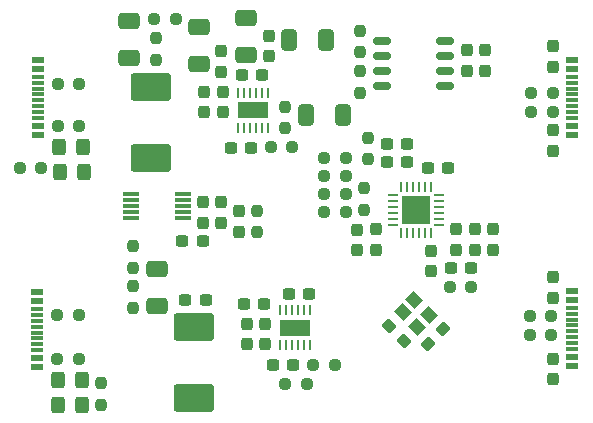
<source format=gbr>
%TF.GenerationSoftware,KiCad,Pcbnew,7.0.7*%
%TF.CreationDate,2023-09-25T17:24:45-05:00*%
%TF.ProjectId,KiVM,4b69564d-2e6b-4696-9361-645f70636258,rev?*%
%TF.SameCoordinates,Original*%
%TF.FileFunction,Paste,Top*%
%TF.FilePolarity,Positive*%
%FSLAX46Y46*%
G04 Gerber Fmt 4.6, Leading zero omitted, Abs format (unit mm)*
G04 Created by KiCad (PCBNEW 7.0.7) date 2023-09-25 17:24:45*
%MOMM*%
%LPD*%
G01*
G04 APERTURE LIST*
G04 Aperture macros list*
%AMRoundRect*
0 Rectangle with rounded corners*
0 $1 Rounding radius*
0 $2 $3 $4 $5 $6 $7 $8 $9 X,Y pos of 4 corners*
0 Add a 4 corners polygon primitive as box body*
4,1,4,$2,$3,$4,$5,$6,$7,$8,$9,$2,$3,0*
0 Add four circle primitives for the rounded corners*
1,1,$1+$1,$2,$3*
1,1,$1+$1,$4,$5*
1,1,$1+$1,$6,$7*
1,1,$1+$1,$8,$9*
0 Add four rect primitives between the rounded corners*
20,1,$1+$1,$2,$3,$4,$5,0*
20,1,$1+$1,$4,$5,$6,$7,0*
20,1,$1+$1,$6,$7,$8,$9,0*
20,1,$1+$1,$8,$9,$2,$3,0*%
%AMRotRect*
0 Rectangle, with rotation*
0 The origin of the aperture is its center*
0 $1 length*
0 $2 width*
0 $3 Rotation angle, in degrees counterclockwise*
0 Add horizontal line*
21,1,$1,$2,0,0,$3*%
G04 Aperture macros list end*
%ADD10RoundRect,0.237500X-0.237500X0.300000X-0.237500X-0.300000X0.237500X-0.300000X0.237500X0.300000X0*%
%ADD11RoundRect,0.150000X-0.625000X-0.150000X0.625000X-0.150000X0.625000X0.150000X-0.625000X0.150000X0*%
%ADD12RoundRect,0.150000X0.625000X0.150000X-0.625000X0.150000X-0.625000X-0.150000X0.625000X-0.150000X0*%
%ADD13RoundRect,0.237500X-0.250000X-0.237500X0.250000X-0.237500X0.250000X0.237500X-0.250000X0.237500X0*%
%ADD14RoundRect,0.237500X-0.237500X0.250000X-0.237500X-0.250000X0.237500X-0.250000X0.237500X0.250000X0*%
%ADD15R,1.140000X0.600000*%
%ADD16R,1.140000X0.300000*%
%ADD17RoundRect,0.237500X0.237500X-0.300000X0.237500X0.300000X-0.237500X0.300000X-0.237500X-0.300000X0*%
%ADD18RoundRect,0.250000X-0.412500X-0.650000X0.412500X-0.650000X0.412500X0.650000X-0.412500X0.650000X0*%
%ADD19RoundRect,0.250000X-0.325000X-0.450000X0.325000X-0.450000X0.325000X0.450000X-0.325000X0.450000X0*%
%ADD20RoundRect,0.237500X-0.300000X-0.237500X0.300000X-0.237500X0.300000X0.237500X-0.300000X0.237500X0*%
%ADD21RoundRect,0.250000X0.650000X-0.412500X0.650000X0.412500X-0.650000X0.412500X-0.650000X-0.412500X0*%
%ADD22RotRect,1.150000X1.000000X135.000000*%
%ADD23RoundRect,0.237500X0.237500X-0.250000X0.237500X0.250000X-0.237500X0.250000X-0.237500X-0.250000X0*%
%ADD24RoundRect,0.237500X0.300000X0.237500X-0.300000X0.237500X-0.300000X-0.237500X0.300000X-0.237500X0*%
%ADD25RoundRect,0.237500X-0.380070X0.044194X0.044194X-0.380070X0.380070X-0.044194X-0.044194X0.380070X0*%
%ADD26RoundRect,0.237500X0.250000X0.237500X-0.250000X0.237500X-0.250000X-0.237500X0.250000X-0.237500X0*%
%ADD27RoundRect,0.235000X1.465000X-0.940000X1.465000X0.940000X-1.465000X0.940000X-1.465000X-0.940000X0*%
%ADD28R,0.254000X0.914400*%
%ADD29R,2.590800X1.397000*%
%ADD30R,1.400000X0.300000*%
%ADD31RoundRect,0.250000X0.325000X0.450000X-0.325000X0.450000X-0.325000X-0.450000X0.325000X-0.450000X0*%
%ADD32R,0.812800X0.254000*%
%ADD33R,0.254000X0.812800*%
%ADD34R,2.489200X2.489200*%
%ADD35RoundRect,0.237500X0.044194X0.380070X-0.380070X-0.044194X-0.044194X-0.380070X0.380070X0.044194X0*%
G04 APERTURE END LIST*
%TO.C,U4*%
G36*
X144406315Y-108370700D02*
G01*
X143310915Y-108370700D01*
X143310915Y-107173700D01*
X144406315Y-107173700D01*
X144406315Y-108370700D01*
G37*
G36*
X145701715Y-108370700D02*
G01*
X144606315Y-108370700D01*
X144606315Y-107173700D01*
X145701715Y-107173700D01*
X145701715Y-108370700D01*
G37*
%TO.C,U5*%
G36*
X147950885Y-126760300D02*
G01*
X146855485Y-126760300D01*
X146855485Y-125563300D01*
X147950885Y-125563300D01*
X147950885Y-126760300D01*
G37*
G36*
X149246285Y-126760300D02*
G01*
X148150885Y-126760300D01*
X148150885Y-125563300D01*
X149246285Y-125563300D01*
X149246285Y-126760300D01*
G37*
%TD*%
D10*
%TO.C,C5*%
X154889200Y-117857100D03*
X154889200Y-119582100D03*
%TD*%
D11*
%TO.C,U3*%
X155394100Y-101879400D03*
X155394100Y-103149400D03*
X155394100Y-104419400D03*
X155394100Y-105689400D03*
X160794100Y-105689400D03*
X160794100Y-104419400D03*
D12*
X160794100Y-103149400D03*
D11*
X160794100Y-101879400D03*
%TD*%
D13*
%TO.C,R4*%
X127916300Y-125069600D03*
X129741300Y-125069600D03*
%TD*%
D14*
%TO.C,R1*%
X144881600Y-116283100D03*
X144881600Y-118108100D03*
%TD*%
D15*
%TO.C,P1*%
X126326000Y-103480000D03*
X126326000Y-104280000D03*
D16*
X126326000Y-105430000D03*
X126326000Y-106430000D03*
X126326000Y-106930000D03*
X126326000Y-107930000D03*
D15*
X126326000Y-109080000D03*
X126326000Y-109880000D03*
X126326000Y-109880000D03*
X126326000Y-109080000D03*
D16*
X126326000Y-108430000D03*
X126326000Y-107430000D03*
X126326000Y-105930000D03*
X126326000Y-104930000D03*
D15*
X126326000Y-104280000D03*
X126326000Y-103480000D03*
%TD*%
D10*
%TO.C,C40*%
X144018000Y-125832700D03*
X144018000Y-127557700D03*
%TD*%
%TO.C,C16*%
X164782500Y-117857100D03*
X164782500Y-119582100D03*
%TD*%
D13*
%TO.C,R6*%
X150524200Y-114858800D03*
X152349200Y-114858800D03*
%TD*%
D10*
%TO.C,C9*%
X161671000Y-117857100D03*
X161671000Y-119582100D03*
%TD*%
D13*
%TO.C,R20*%
X167946500Y-126796800D03*
X169771500Y-126796800D03*
%TD*%
D15*
%TO.C,P3*%
X171526000Y-129438000D03*
X171526000Y-128638000D03*
D16*
X171526000Y-127488000D03*
X171526000Y-126488000D03*
X171526000Y-125988000D03*
X171526000Y-124988000D03*
D15*
X171526000Y-123838000D03*
X171526000Y-123038000D03*
X171526000Y-123038000D03*
X171526000Y-123838000D03*
D16*
X171526000Y-124488000D03*
X171526000Y-125488000D03*
X171526000Y-126988000D03*
X171526000Y-127988000D03*
D15*
X171526000Y-128638000D03*
X171526000Y-129438000D03*
%TD*%
D17*
%TO.C,C37*%
X141833600Y-117296100D03*
X141833600Y-115571100D03*
%TD*%
D18*
%TO.C,C20*%
X148957900Y-108204000D03*
X152082900Y-108204000D03*
%TD*%
D13*
%TO.C,R18*%
X167946500Y-125222000D03*
X169771500Y-125222000D03*
%TD*%
D19*
%TO.C,D1*%
X128057800Y-110896400D03*
X130107800Y-110896400D03*
%TD*%
D14*
%TO.C,R22*%
X153568400Y-101041200D03*
X153568400Y-102866200D03*
%TD*%
D20*
%TO.C,C27*%
X147524300Y-123291600D03*
X149249300Y-123291600D03*
%TD*%
D21*
%TO.C,C13*%
X134010400Y-103314900D03*
X134010400Y-100189900D03*
%TD*%
D13*
%TO.C,R21*%
X168059900Y-107899200D03*
X169884900Y-107899200D03*
%TD*%
D17*
%TO.C,C2*%
X145846800Y-103174800D03*
X145846800Y-101449800D03*
%TD*%
D10*
%TO.C,C17*%
X164104800Y-102693300D03*
X164104800Y-104418300D03*
%TD*%
D15*
%TO.C,P4*%
X171526000Y-109880000D03*
X171526000Y-109080000D03*
D16*
X171526000Y-107930000D03*
X171526000Y-106930000D03*
X171526000Y-106430000D03*
X171526000Y-105430000D03*
D15*
X171526000Y-104280000D03*
X171526000Y-103480000D03*
X171526000Y-103480000D03*
X171526000Y-104280000D03*
D16*
X171526000Y-104930000D03*
X171526000Y-105930000D03*
X171526000Y-107430000D03*
X171526000Y-108430000D03*
D15*
X171526000Y-109080000D03*
X171526000Y-109880000D03*
%TD*%
D10*
%TO.C,C32*%
X169875200Y-109475100D03*
X169875200Y-111200100D03*
%TD*%
D22*
%TO.C,Y1*%
X159406493Y-125091744D03*
X158169056Y-123854307D03*
X157179107Y-124844256D03*
X158416544Y-126081693D03*
%TD*%
D21*
%TO.C,C22*%
X143916400Y-103060900D03*
X143916400Y-99935900D03*
%TD*%
D13*
%TO.C,R8*%
X150524200Y-113334800D03*
X152349200Y-113334800D03*
%TD*%
D19*
%TO.C,D4*%
X128007000Y-132689600D03*
X130057000Y-132689600D03*
%TD*%
D23*
%TO.C,R27*%
X134315200Y-121105300D03*
X134315200Y-119280300D03*
%TD*%
D24*
%TO.C,C38*%
X147928500Y-129336800D03*
X146203500Y-129336800D03*
%TD*%
D25*
%TO.C,C10*%
X156035176Y-126038427D03*
X157254936Y-127258187D03*
%TD*%
D20*
%TO.C,C7*%
X159297200Y-112674400D03*
X161022200Y-112674400D03*
%TD*%
D10*
%TO.C,C6*%
X159550100Y-119685900D03*
X159550100Y-121410900D03*
%TD*%
D20*
%TO.C,C35*%
X138532700Y-118872000D03*
X140257700Y-118872000D03*
%TD*%
D10*
%TO.C,C18*%
X162585400Y-102693300D03*
X162585400Y-104418300D03*
%TD*%
D24*
%TO.C,C24*%
X144372500Y-110947200D03*
X142647500Y-110947200D03*
%TD*%
D26*
%TO.C,R14*%
X147824200Y-110896400D03*
X145999200Y-110896400D03*
%TD*%
D15*
%TO.C,P2*%
X126202000Y-123134000D03*
X126202000Y-123934000D03*
D16*
X126202000Y-125084000D03*
X126202000Y-126084000D03*
X126202000Y-126584000D03*
X126202000Y-127584000D03*
D15*
X126202000Y-128734000D03*
X126202000Y-129534000D03*
X126202000Y-129534000D03*
X126202000Y-128734000D03*
D16*
X126202000Y-128084000D03*
X126202000Y-127084000D03*
X126202000Y-125584000D03*
X126202000Y-124584000D03*
D15*
X126202000Y-123934000D03*
X126202000Y-123134000D03*
%TD*%
D13*
%TO.C,R28*%
X147220300Y-130962400D03*
X149045300Y-130962400D03*
%TD*%
D18*
%TO.C,C21*%
X147586300Y-101854000D03*
X150711300Y-101854000D03*
%TD*%
D10*
%TO.C,C33*%
X169900400Y-128804500D03*
X169900400Y-130529500D03*
%TD*%
D23*
%TO.C,R26*%
X134315200Y-124508900D03*
X134315200Y-122683900D03*
%TD*%
D21*
%TO.C,C28*%
X139903200Y-103873700D03*
X139903200Y-100748700D03*
%TD*%
D13*
%TO.C,R19*%
X168059900Y-106324400D03*
X169884900Y-106324400D03*
%TD*%
D17*
%TO.C,C34*%
X169886800Y-104088100D03*
X169886800Y-102363100D03*
%TD*%
D13*
%TO.C,R2*%
X127967100Y-105562400D03*
X129792100Y-105562400D03*
%TD*%
D10*
%TO.C,C1*%
X143357600Y-116333100D03*
X143357600Y-118058100D03*
%TD*%
%TO.C,C41*%
X145542000Y-125832700D03*
X145542000Y-127557700D03*
%TD*%
D19*
%TO.C,D2*%
X128007000Y-130606800D03*
X130057000Y-130606800D03*
%TD*%
D24*
%TO.C,C15*%
X157580500Y-112115600D03*
X155855500Y-112115600D03*
%TD*%
D27*
%TO.C,L1*%
X135839200Y-111838600D03*
X135839200Y-105788600D03*
%TD*%
D21*
%TO.C,C42*%
X136347200Y-124295300D03*
X136347200Y-121170300D03*
%TD*%
D23*
%TO.C,R15*%
X147218400Y-109285000D03*
X147218400Y-107460000D03*
%TD*%
D24*
%TO.C,C26*%
X145439300Y-124206000D03*
X143714300Y-124206000D03*
%TD*%
D28*
%TO.C,U4*%
X143256000Y-109270800D03*
X143756126Y-109270800D03*
X144256252Y-109270800D03*
X144756378Y-109270800D03*
X145256504Y-109270800D03*
X145756630Y-109270800D03*
X145756630Y-106273600D03*
X145256504Y-106273600D03*
X144756378Y-106273600D03*
X144256252Y-106273600D03*
X143756126Y-106273600D03*
X143256000Y-106273600D03*
D29*
X144506315Y-107772200D03*
%TD*%
D26*
%TO.C,R5*%
X129741300Y-128828800D03*
X127916300Y-128828800D03*
%TD*%
D23*
%TO.C,R23*%
X153568400Y-106271700D03*
X153568400Y-104446700D03*
%TD*%
D20*
%TO.C,C3*%
X143561900Y-104749600D03*
X145286900Y-104749600D03*
%TD*%
D17*
%TO.C,C31*%
X169925800Y-123646100D03*
X169925800Y-121921100D03*
%TD*%
D23*
%TO.C,R16*%
X136296400Y-103477700D03*
X136296400Y-101652700D03*
%TD*%
D26*
%TO.C,R10*%
X152349200Y-116382800D03*
X150524200Y-116382800D03*
%TD*%
D13*
%TO.C,R13*%
X149607900Y-129336800D03*
X151432900Y-129336800D03*
%TD*%
D20*
%TO.C,C39*%
X138786700Y-123850400D03*
X140511700Y-123850400D03*
%TD*%
D26*
%TO.C,R9*%
X163002600Y-122707400D03*
X161177600Y-122707400D03*
%TD*%
D10*
%TO.C,C14*%
X153327100Y-117907900D03*
X153327100Y-119632900D03*
%TD*%
%TO.C,C11*%
X163258500Y-117857100D03*
X163258500Y-119582100D03*
%TD*%
D28*
%TO.C,U5*%
X146800570Y-127660400D03*
X147300696Y-127660400D03*
X147800822Y-127660400D03*
X148300948Y-127660400D03*
X148801074Y-127660400D03*
X149301200Y-127660400D03*
X149301200Y-124663200D03*
X148801074Y-124663200D03*
X148300948Y-124663200D03*
X147800822Y-124663200D03*
X147300696Y-124663200D03*
X146800570Y-124663200D03*
D29*
X148050885Y-126161800D03*
%TD*%
D30*
%TO.C,U6*%
X138562800Y-116890800D03*
X138562800Y-116390800D03*
X138562800Y-115890800D03*
X138562800Y-115390800D03*
X138562800Y-114890800D03*
X134162800Y-114890800D03*
X134162800Y-115390800D03*
X134162800Y-115890800D03*
X134162800Y-116390800D03*
X134162800Y-116890800D03*
%TD*%
D26*
%TO.C,R12*%
X152349200Y-111810800D03*
X150524200Y-111810800D03*
%TD*%
D13*
%TO.C,R17*%
X136145900Y-100076000D03*
X137970900Y-100076000D03*
%TD*%
D31*
%TO.C,D5*%
X130209400Y-112979200D03*
X128159400Y-112979200D03*
%TD*%
D32*
%TO.C,U2*%
X160235900Y-117449600D03*
X160235900Y-116941600D03*
X160235900Y-116433600D03*
X160235900Y-115925600D03*
X160235900Y-115417600D03*
X160235900Y-114909600D03*
D33*
X159562800Y-114236500D03*
X159054800Y-114236500D03*
X158546800Y-114236500D03*
X158038800Y-114236500D03*
X157530800Y-114236500D03*
X157022800Y-114236500D03*
D32*
X156349700Y-114909600D03*
X156349700Y-115417600D03*
X156349700Y-115925600D03*
X156349700Y-116433600D03*
X156349700Y-116941600D03*
X156349700Y-117449600D03*
D33*
X157022800Y-118122700D03*
X157530800Y-118122700D03*
X158038800Y-118122700D03*
X158546800Y-118122700D03*
X159054800Y-118122700D03*
X159562800Y-118122700D03*
D34*
X158292800Y-116179600D03*
%TD*%
D23*
%TO.C,R24*%
X131673600Y-132687700D03*
X131673600Y-130862700D03*
%TD*%
%TO.C,R7*%
X153873200Y-116177700D03*
X153873200Y-114352700D03*
%TD*%
D26*
%TO.C,R25*%
X126591700Y-112623600D03*
X124766700Y-112623600D03*
%TD*%
D27*
%TO.C,L2*%
X139496800Y-132158600D03*
X139496800Y-126108600D03*
%TD*%
D17*
%TO.C,C36*%
X140309600Y-117296100D03*
X140309600Y-115571100D03*
%TD*%
D10*
%TO.C,C4*%
X140385800Y-106198500D03*
X140385800Y-107923500D03*
%TD*%
D26*
%TO.C,R3*%
X129792100Y-109118400D03*
X127967100Y-109118400D03*
%TD*%
D20*
%TO.C,C8*%
X161227600Y-121158000D03*
X162952600Y-121158000D03*
%TD*%
D17*
%TO.C,C23*%
X141833600Y-104510600D03*
X141833600Y-102785600D03*
%TD*%
D10*
%TO.C,C19*%
X141960600Y-106223900D03*
X141960600Y-107948900D03*
%TD*%
D24*
%TO.C,C12*%
X157580500Y-110591600D03*
X155855500Y-110591600D03*
%TD*%
D23*
%TO.C,R11*%
X154228800Y-111910500D03*
X154228800Y-110085500D03*
%TD*%
D35*
%TO.C,C25*%
X160556936Y-126292427D03*
X159337176Y-127512187D03*
%TD*%
M02*

</source>
